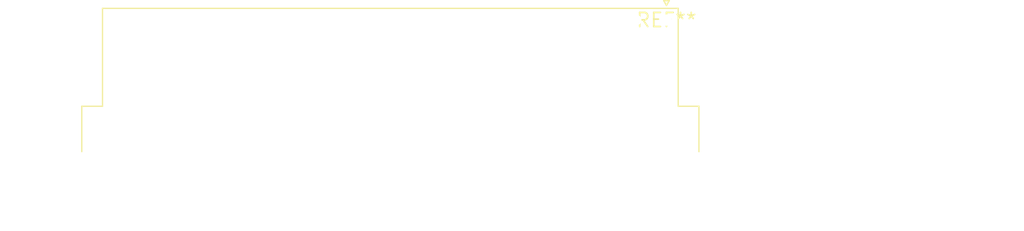
<source format=kicad_pcb>
(kicad_pcb (version 20240108) (generator pcbnew)
  (layers (0 "F.Cu" signal) (31 "B.Cu" signal) (34 "B.Paste" user) (35 "F.Paste" user) (36 "B.SilkS" user "B.Silkscreen") (37 "F.SilkS" user "F.Silkscreen") (38 "B.Mask" user) (39 "F.Mask" user) (44 "Edge.Cuts" user))
  (net 0 "")
  (footprint "DSUB-37_Female_Horizontal_P2.77x2.54mm_EdgePinOffset9.40mm" (layer "F.Cu") (at 0 0)
    (property "Reference" "REF**")
    (property "Value" "DSUB-37_Female_Horizontal_P2.77x2.54mm_EdgePinOffset9.40mm")
    (fp_line (start -52.79 7.78) (end -50.92 7.78) (layer "F.SilkS") (stroke (width 0.12)))
    (fp_line (start -52.79 11.88) (end -52.79 7.78) (layer "F.SilkS") (stroke (width 0.12)))
    (fp_line (start -50.92 -1.06) (end 1.06 -1.06) (layer "F.SilkS") (stroke (width 0.12)))
    (fp_line (start -50.92 7.78) (end -50.92 -1.06) (layer "F.SilkS") (stroke (width 0.12)))
    (fp_line (start -0.25 -1.754338) (end 0.25 -1.754338) (layer "F.SilkS") (stroke (width 0.12)))
    (fp_line (start 0 -1.321325) (end -0.25 -1.754338) (layer "F.SilkS") (stroke (width 0.12)))
    (fp_line (start 0.25 -1.754338) (end 0 -1.321325) (layer "F.SilkS") (stroke (width 0.12)))
    (fp_line (start 1.06 -1.06) (end 1.06 7.78) (layer "F.SilkS") (stroke (width 0.12)))
    (fp_line (start 1.06 7.78) (end 2.93 7.78) (layer "F.SilkS") (stroke (width 0.12)))
    (fp_line (start 2.93 7.78) (end 2.93 11.88) (layer "F.SilkS") (stroke (width 0.12)))
    (pad "1" thru_hole rect (at 0 0) (size 1.6 1.6) (drill 1) (layers *.Cu *.Mask) (remove_unused_layers))
    (pad "2" thru_hole circle (at -2.77 0) (size 1.6 1.6) (drill 1) (layers *.Cu *.Mask) (remove_unused_layers))
    (pad "3" thru_hole circle (at -5.54 0) (size 1.6 1.6) (drill 1) (layers *.Cu *.Mask) (remove_unused_layers))
    (pad "4" thru_hole circle (at -8.31 0) (size 1.6 1.6) (drill 1) (layers *.Cu *.Mask) (remove_unused_layers))
    (pad "5" thru_hole circle (at -11.08 0) (size 1.6 1.6) (drill 1) (layers *.Cu *.Mask) (remove_unused_layers))
    (pad "6" thru_hole circle (at -13.85 0) (size 1.6 1.6) (drill 1) (layers *.Cu *.Mask) (remove_unused_layers))
    (pad "7" thru_hole circle (at -16.62 0) (size 1.6 1.6) (drill 1) (layers *.Cu *.Mask) (remove_unused_layers))
    (pad "8" thru_hole circle (at -19.39 0) (size 1.6 1.6) (drill 1) (layers *.Cu *.Mask) (remove_unused_layers))
    (pad "9" thru_hole circle (at -22.16 0) (size 1.6 1.6) (drill 1) (layers *.Cu *.Mask) (remove_unused_layers))
    (pad "10" thru_hole circle (at -24.93 0) (size 1.6 1.6) (drill 1) (layers *.Cu *.Mask) (remove_unused_layers))
    (pad "11" thru_hole circle (at -27.7 0) (size 1.6 1.6) (drill 1) (layers *.Cu *.Mask) (remove_unused_layers))
    (pad "12" thru_hole circle (at -30.47 0) (size 1.6 1.6) (drill 1) (layers *.Cu *.Mask) (remove_unused_layers))
    (pad "13" thru_hole circle (at -33.24 0) (size 1.6 1.6) (drill 1) (layers *.Cu *.Mask) (remove_unused_layers))
    (pad "14" thru_hole circle (at -36.01 0) (size 1.6 1.6) (drill 1) (layers *.Cu *.Mask) (remove_unused_layers))
    (pad "15" thru_hole circle (at -38.78 0) (size 1.6 1.6) (drill 1) (layers *.Cu *.Mask) (remove_unused_layers))
    (pad "16" thru_hole circle (at -41.55 0) (size 1.6 1.6) (drill 1) (layers *.Cu *.Mask) (remove_unused_layers))
    (pad "17" thru_hole circle (at -44.32 0) (size 1.6 1.6) (drill 1) (layers *.Cu *.Mask) (remove_unused_layers))
    (pad "18" thru_hole circle (at -47.09 0) (size 1.6 1.6) (drill 1) (layers *.Cu *.Mask) (remove_unused_layers))
    (pad "19" thru_hole circle (at -49.86 0) (size 1.6 1.6) (drill 1) (layers *.Cu *.Mask) (remove_unused_layers))
    (pad "20" thru_hole circle (at -1.385 2.54) (size 1.6 1.6) (drill 1) (layers *.Cu *.Mask) (remove_unused_layers))
    (pad "21" thru_hole circle (at -4.155 2.54) (size 1.6 1.6) (drill 1) (layers *.Cu *.Mask) (remove_unused_layers))
    (pad "22" thru_hole circle (at -6.925 2.54) (size 1.6 1.6) (drill 1) (layers *.Cu *.Mask) (remove_unused_layers))
    (pad "23" thru_hole circle (at -9.695 2.54) (size 1.6 1.6) (drill 1) (layers *.Cu *.Mask) (remove_unused_layers))
    (pad "24" thru_hole circle (at -12.465 2.54) (size 1.6 1.6) (drill 1) (layers *.Cu *.Mask) (remove_unused_layers))
    (pad "25" thru_hole circle (at -15.235 2.54) (size 1.6 1.6) (drill 1) (layers *.Cu *.Mask) (remove_unused_layers))
    (pad "26" thru_hole circle (at -18.005 2.54) (size 1.6 1.6) (drill 1) (layers *.Cu *.Mask) (remove_unused_layers))
    (pad "27" thru_hole circle (at -20.775 2.54) (size 1.6 1.6) (drill 1) (layers *.Cu *.Mask) (remove_unused_layers))
    (pad "28" thru_hole circle (at -23.545 2.54) (size 1.6 1.6) (drill 1) (layers *.Cu *.Mask) (remove_unused_layers))
    (pad "29" thru_hole circle (at -26.315 2.54) (size 1.6 1.6) (drill 1) (layers *.Cu *.Mask) (remove_unused_layers))
    (pad "30" thru_hole circle (at -29.085 2.54) (size 1.6 1.6) (drill 1) (layers *.Cu *.Mask) (remove_unused_layers))
    (pad "31" thru_hole circle (at -31.855 2.54) (size 1.6 1.6) (drill 1) (layers *.Cu *.Mask) (remove_unused_layers))
    (pad "32" thru_hole circle (at -34.625 2.54) (size 1.6 1.6) (drill 1) (layers *.Cu *.Mask) (remove_unused_layers))
    (pad "33" thru_hole circle (at -37.395 2.54) (size 1.6 1.6) (drill 1) (layers *.Cu *.Mask) (remove_unused_layers))
    (pad "34" thru_hole circle (at -40.165 2.54) (size 1.6 1.6) (drill 1) (layers *.Cu *.Mask) (remove_unused_layers))
    (pad "35" thru_hole circle (at -42.935 2.54) (size 1.6 1.6) (drill 1) (layers *.Cu *.Mask) (remove_unused_layers))
    (pad "36" thru_hole circle (at -45.705 2.54) (size 1.6 1.6) (drill 1) (layers *.Cu *.Mask) (remove_unused_layers))
    (pad "37" thru_hole circle (at -48.475 2.54) (size 1.6 1.6) (drill 1) (layers *.Cu *.Mask) (remove_unused_layers))
  )
)
</source>
